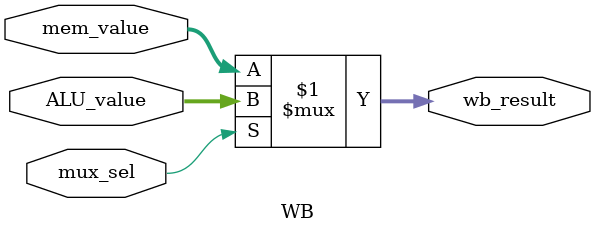
<source format=sv>
module WB #(parameter MEMORY_DATA_SIZE = 16) 
				(input logic [MEMORY_DATA_SIZE-1:0] mem_value, ALU_value, input logic mux_sel, 
				output logic [MEMORY_DATA_SIZE-1:0] wb_result);
				
	assign wb_result = mux_sel ? ALU_value : mem_value;
endmodule

</source>
